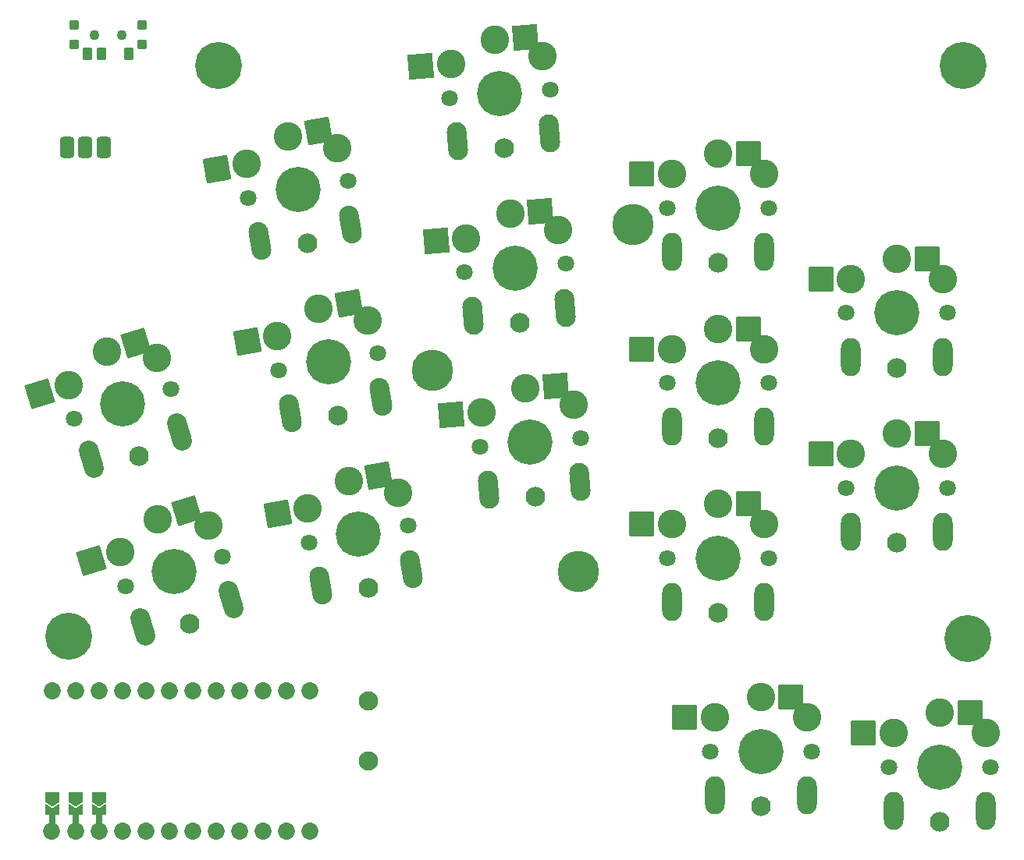
<source format=gbr>
%TF.GenerationSoftware,KiCad,Pcbnew,(6.0.4-0)*%
%TF.CreationDate,2022-07-27T10:05:42+02:00*%
%TF.ProjectId,wizza,77697a7a-612e-46b6-9963-61645f706362,v1.0.0*%
%TF.SameCoordinates,Original*%
%TF.FileFunction,Soldermask,Top*%
%TF.FilePolarity,Negative*%
%FSLAX46Y46*%
G04 Gerber Fmt 4.6, Leading zero omitted, Abs format (unit mm)*
G04 Created by KiCad (PCBNEW (6.0.4-0)) date 2022-07-27 10:05:42*
%MOMM*%
%LPD*%
G01*
G04 APERTURE LIST*
G04 Aperture macros list*
%AMRoundRect*
0 Rectangle with rounded corners*
0 $1 Rounding radius*
0 $2 $3 $4 $5 $6 $7 $8 $9 X,Y pos of 4 corners*
0 Add a 4 corners polygon primitive as box body*
4,1,4,$2,$3,$4,$5,$6,$7,$8,$9,$2,$3,0*
0 Add four circle primitives for the rounded corners*
1,1,$1+$1,$2,$3*
1,1,$1+$1,$4,$5*
1,1,$1+$1,$6,$7*
1,1,$1+$1,$8,$9*
0 Add four rect primitives between the rounded corners*
20,1,$1+$1,$2,$3,$4,$5,0*
20,1,$1+$1,$4,$5,$6,$7,0*
20,1,$1+$1,$6,$7,$8,$9,0*
20,1,$1+$1,$8,$9,$2,$3,0*%
%AMHorizOval*
0 Thick line with rounded ends*
0 $1 width*
0 $2 $3 position (X,Y) of the first rounded end (center of the circle)*
0 $4 $5 position (X,Y) of the second rounded end (center of the circle)*
0 Add line between two ends*
20,1,$1,$2,$3,$4,$5,0*
0 Add two circle primitives to create the rounded ends*
1,1,$1,$2,$3*
1,1,$1,$4,$5*%
%AMFreePoly0*
4,1,16,0.535355,0.785355,0.550000,0.750000,0.550000,-0.750000,0.535355,-0.785355,0.500000,-0.800000,-0.650000,-0.800000,-0.685355,-0.785355,-0.700000,-0.750000,-0.691603,-0.722265,-0.210093,0.000000,-0.691603,0.722265,-0.699029,0.759806,-0.677735,0.791603,-0.650000,0.800000,0.500000,0.800000,0.535355,0.785355,0.535355,0.785355,$1*%
%AMFreePoly1*
4,1,16,0.535355,0.785355,0.541603,0.777735,1.041603,0.027735,1.049029,-0.009806,1.041603,-0.027735,0.541603,-0.777735,0.509806,-0.799029,0.500000,-0.800000,-0.500000,-0.800000,-0.535355,-0.785355,-0.550000,-0.750000,-0.550000,0.750000,-0.535355,0.785355,-0.500000,0.800000,0.500000,0.800000,0.535355,0.785355,0.535355,0.785355,$1*%
G04 Aperture macros list end*
%ADD10C,4.900000*%
%ADD11C,3.100000*%
%ADD12C,1.801800*%
%ADD13HorizOval,2.132000X-0.292372X0.956305X0.292372X-0.956305X0*%
%ADD14RoundRect,0.050000X-0.863113X-1.623279X1.623279X-0.863113X0.863113X1.623279X-1.623279X0.863113X0*%
%ADD15C,2.132000*%
%ADD16HorizOval,2.132000X-0.087156X0.996195X0.087156X-0.996195X0*%
%ADD17RoundRect,0.050000X-1.181751X-1.408356X1.408356X-1.181751X1.181751X1.408356X-1.408356X1.181751X0*%
%ADD18HorizOval,2.132000X-0.173648X0.984808X0.173648X-0.984808X0*%
%ADD19RoundRect,0.050000X-1.054507X-1.505993X1.505993X-1.054507X1.054507X1.505993X-1.505993X1.054507X0*%
%ADD20O,2.132000X4.132000*%
%ADD21RoundRect,0.050000X-1.300000X-1.300000X1.300000X-1.300000X1.300000X1.300000X-1.300000X1.300000X0*%
%ADD22RoundRect,0.050000X-0.250000X-0.762000X0.250000X-0.762000X0.250000X0.762000X-0.250000X0.762000X0*%
%ADD23C,1.852600*%
%ADD24FreePoly0,270.000000*%
%ADD25FreePoly1,270.000000*%
%ADD26C,4.500000*%
%ADD27C,5.100000*%
%ADD28C,1.100000*%
%ADD29RoundRect,0.425000X-0.375000X-0.750000X0.375000X-0.750000X0.375000X0.750000X-0.375000X0.750000X0*%
%ADD30C,2.100000*%
%ADD31RoundRect,0.050000X-0.450000X-0.450000X0.450000X-0.450000X0.450000X0.450000X-0.450000X0.450000X0*%
%ADD32RoundRect,0.050000X-0.450000X-0.625000X0.450000X-0.625000X0.450000X0.625000X-0.450000X0.625000X0*%
G04 APERTURE END LIST*
D10*
%TO.C,S1*%
X212080319Y-117362305D03*
D11*
X206219821Y-115295003D03*
X210358127Y-111729273D03*
D12*
X206820643Y-118970349D03*
D11*
X215782869Y-112371286D03*
D12*
X217339995Y-115754260D03*
D13*
X208689753Y-123373784D03*
X218253410Y-120452061D03*
D14*
X203087922Y-116252520D03*
X213490025Y-110771757D03*
D15*
X213822732Y-123061484D03*
%TD*%
D10*
%TO.C,S7*%
X249085631Y-84446358D03*
D11*
X243783015Y-81205766D03*
X248572246Y-78578358D03*
D12*
X243606560Y-84925714D03*
D11*
X253744962Y-80334208D03*
D12*
X254564702Y-83967001D03*
D16*
X244519300Y-89621534D03*
X254481428Y-88752053D03*
D17*
X240520477Y-81491200D03*
X251834783Y-78292924D03*
D15*
X249605042Y-90383265D03*
%TD*%
D10*
%TO.C,S8*%
X247429672Y-65518659D03*
D11*
X242127056Y-62278067D03*
X246916287Y-59650659D03*
D12*
X241950601Y-65998015D03*
D11*
X252089003Y-61406509D03*
D12*
X252908743Y-65039302D03*
D16*
X242863341Y-70693835D03*
X252825469Y-69824354D03*
D17*
X238864518Y-62563501D03*
X250178824Y-59365225D03*
D15*
X247949083Y-71455566D03*
%TD*%
D10*
%TO.C,S4*%
X228816074Y-94629816D03*
D11*
X223251201Y-91863709D03*
X227793213Y-88828890D03*
D12*
X223399631Y-95584881D03*
D11*
X233099278Y-90127227D03*
D12*
X234232517Y-93674751D03*
D18*
X224718166Y-100183281D03*
X234566605Y-98448853D03*
D19*
X220025954Y-92432406D03*
X231018458Y-88260193D03*
D15*
X229850944Y-100498862D03*
%TD*%
D10*
%TO.C,S9*%
X271115601Y-115926781D03*
D11*
X266115600Y-112236367D03*
X271115600Y-110036366D03*
D12*
X265615601Y-115926781D03*
D11*
X276115600Y-112236367D03*
D12*
X276615601Y-115926781D03*
D20*
X266115600Y-120684282D03*
X276115600Y-120686367D03*
D21*
X262840599Y-112236366D03*
X274390599Y-110036367D03*
D15*
X271115600Y-121886366D03*
%TD*%
D10*
%TO.C,S12*%
X290515601Y-108326781D03*
D11*
X285515600Y-104636367D03*
X290515600Y-102436366D03*
D12*
X285015601Y-108326781D03*
D11*
X295515600Y-104636367D03*
D12*
X296015601Y-108326781D03*
D20*
X285515600Y-113084282D03*
X295515600Y-113086367D03*
D21*
X282240599Y-104636366D03*
X293790599Y-102436367D03*
D15*
X290515600Y-114286366D03*
%TD*%
D10*
%TO.C,S14*%
X275740601Y-136926781D03*
D11*
X270740600Y-133236367D03*
X275740600Y-131036366D03*
D12*
X270240601Y-136926781D03*
D11*
X280740600Y-133236367D03*
D12*
X281240601Y-136926781D03*
D20*
X270740600Y-141684282D03*
X280740600Y-141686367D03*
D21*
X267465599Y-133236366D03*
X279015599Y-131036367D03*
D15*
X275740600Y-142886366D03*
%TD*%
D10*
%TO.C,S3*%
X232115390Y-113341163D03*
D11*
X226550517Y-110575056D03*
X231092529Y-107540237D03*
D12*
X226698947Y-114296228D03*
D11*
X236398594Y-108838574D03*
D12*
X237531833Y-112386098D03*
D18*
X228017482Y-118894628D03*
X237865921Y-117160200D03*
D19*
X223325270Y-111143753D03*
X234317774Y-106971540D03*
D15*
X233150260Y-119210209D03*
%TD*%
D10*
%TO.C,S6*%
X250741591Y-103374057D03*
D11*
X245438975Y-100133465D03*
X250228206Y-97506057D03*
D12*
X245262520Y-103853413D03*
D11*
X255400922Y-99261907D03*
D12*
X256220662Y-102894700D03*
D16*
X246175260Y-108549233D03*
X256137388Y-107679752D03*
D17*
X242176437Y-100418899D03*
X253490743Y-97220623D03*
D15*
X251261002Y-109310964D03*
%TD*%
D10*
%TO.C,S15*%
X295140601Y-138636781D03*
D11*
X290140600Y-134946367D03*
X295140600Y-132746366D03*
D12*
X289640601Y-138636781D03*
D11*
X300140600Y-134946367D03*
D12*
X300640601Y-138636781D03*
D20*
X290140600Y-143394282D03*
X300140600Y-143396367D03*
D21*
X286865599Y-134946366D03*
X298415599Y-132746367D03*
D15*
X295140600Y-144596366D03*
%TD*%
D10*
%TO.C,S11*%
X271115601Y-77926781D03*
D11*
X266115600Y-74236367D03*
X271115600Y-72036366D03*
D12*
X265615601Y-77926781D03*
D11*
X276115600Y-74236367D03*
D12*
X276615601Y-77926781D03*
D20*
X266115600Y-82684282D03*
X276115600Y-82686367D03*
D21*
X262840599Y-74236366D03*
X274390599Y-72036367D03*
D15*
X271115600Y-83886366D03*
%TD*%
D10*
%TO.C,S2*%
X206525256Y-99192514D03*
D11*
X200664758Y-97125212D03*
X204803064Y-93559482D03*
D12*
X201265580Y-100800558D03*
D11*
X210227806Y-94201495D03*
D12*
X211784932Y-97584469D03*
D13*
X203134690Y-105203993D03*
X212698347Y-102282270D03*
D14*
X197532859Y-98082729D03*
X207934962Y-92601966D03*
D15*
X208267669Y-104891693D03*
%TD*%
D10*
%TO.C,S13*%
X290515601Y-89326781D03*
D11*
X285515600Y-85636367D03*
X290515600Y-83436366D03*
D12*
X285015601Y-89326781D03*
D11*
X295515600Y-85636367D03*
D12*
X296015601Y-89326781D03*
D20*
X285515600Y-94084282D03*
X295515600Y-94086367D03*
D21*
X282240599Y-85636366D03*
X293790599Y-83436367D03*
D15*
X290515600Y-95286366D03*
%TD*%
D10*
%TO.C,S5*%
X225516759Y-75918469D03*
D11*
X219951886Y-73152362D03*
X224493898Y-70117543D03*
D12*
X220100316Y-76873534D03*
D11*
X229799963Y-71415880D03*
D12*
X230933202Y-74963404D03*
D18*
X221418851Y-81471934D03*
X231267290Y-79737506D03*
D19*
X216726639Y-73721059D03*
X227719143Y-69548846D03*
D15*
X226551629Y-81787515D03*
%TD*%
D10*
%TO.C,S10*%
X271115601Y-96926781D03*
D11*
X266115600Y-93236367D03*
X271115600Y-91036366D03*
D12*
X265615601Y-96926781D03*
D11*
X276115600Y-93236367D03*
D12*
X276615601Y-96926781D03*
D20*
X266115600Y-101684282D03*
X276115600Y-101686367D03*
D21*
X262840599Y-93236366D03*
X274390599Y-91036367D03*
D15*
X271115600Y-102886366D03*
%TD*%
D22*
%TO.C,MCU1*%
X203962000Y-144242523D03*
D23*
X198798254Y-145574000D03*
D22*
X198882000Y-144242523D03*
D23*
X198882000Y-130334000D03*
X201422000Y-145574000D03*
D24*
X203962000Y-143317523D03*
D23*
X203962000Y-130334000D03*
D22*
X201422000Y-144242523D03*
D23*
X201422000Y-130334000D03*
D24*
X201422000Y-143317523D03*
X198882000Y-143317523D03*
D23*
X203962000Y-145574000D03*
D25*
X198882000Y-141867523D03*
X201422000Y-141867523D03*
X203962000Y-141867523D03*
D23*
X206502000Y-145574000D03*
X209042000Y-145574000D03*
X211582000Y-145574000D03*
X214122000Y-145574000D03*
X216662000Y-145574000D03*
X219202000Y-145574000D03*
X221742000Y-145574000D03*
X224282000Y-145574000D03*
X226822000Y-145574000D03*
X206502000Y-130334000D03*
X209042000Y-130334000D03*
X211582000Y-130334000D03*
X214122000Y-130334000D03*
X216662000Y-130334000D03*
X219202000Y-130334000D03*
X221742000Y-130334000D03*
X224282000Y-130334000D03*
X226822000Y-130334000D03*
%TD*%
D26*
%TO.C,*%
X255913847Y-117386926D03*
X261874000Y-79756000D03*
X240078461Y-95591387D03*
%TD*%
D27*
%TO.C,*%
X200660000Y-124460000D03*
%TD*%
D28*
%TO.C,T2*%
X203450615Y-59106416D03*
X206450615Y-59106416D03*
%TD*%
D27*
%TO.C,*%
X297688000Y-62484000D03*
%TD*%
%TO.C,*%
X216916000Y-62484000D03*
%TD*%
%TO.C,*%
X298196000Y-124714000D03*
%TD*%
D29*
%TO.C,PAD1*%
X204470000Y-71374000D03*
X202470000Y-71374000D03*
X200470000Y-71374000D03*
%TD*%
D30*
%TO.C,B1*%
X233172000Y-137954000D03*
X233172000Y-131454000D03*
%TD*%
D31*
%TO.C,T1*%
X208650615Y-60206416D03*
X201250615Y-58006416D03*
X208650615Y-58006416D03*
X201250615Y-60206416D03*
D32*
X207200615Y-61181416D03*
X204200615Y-61181416D03*
X202700615Y-61181416D03*
%TD*%
M02*

</source>
